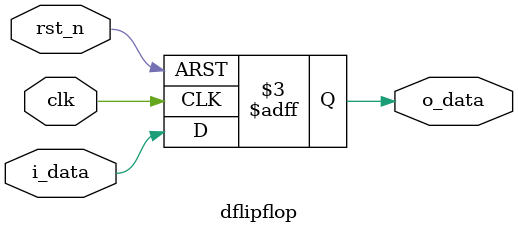
<source format=v>
module dflipflop (
	input 			clk 	,    // Clock
	input 			rst_n ,  // Asynchronous reset active low
	input 			i_data,	
	output reg  o_data	
);

// flip-flop logic
always @(posedge clk or negedge rst_n) begin 
	if(~rst_n) begin
		o_data <= 1'b0;
	end else begin
		o_data <= i_data;
	end
end

endmodule : dflipflop
</source>
